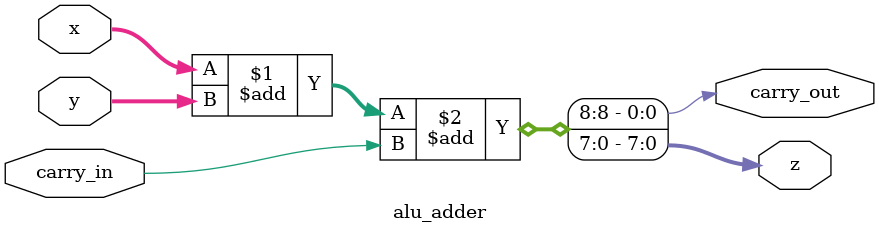
<source format=v>
module alu_adder #(
	parameter WIDTH = 8
) (
	input [WIDTH-1:0]  x, 
	input [WIDTH-1:0]  y,
	input              carry_in,
	output             carry_out,
	output [WIDTH-1:0] z
);

assign {carry_out, z} = x + y + carry_in;

endmodule

</source>
